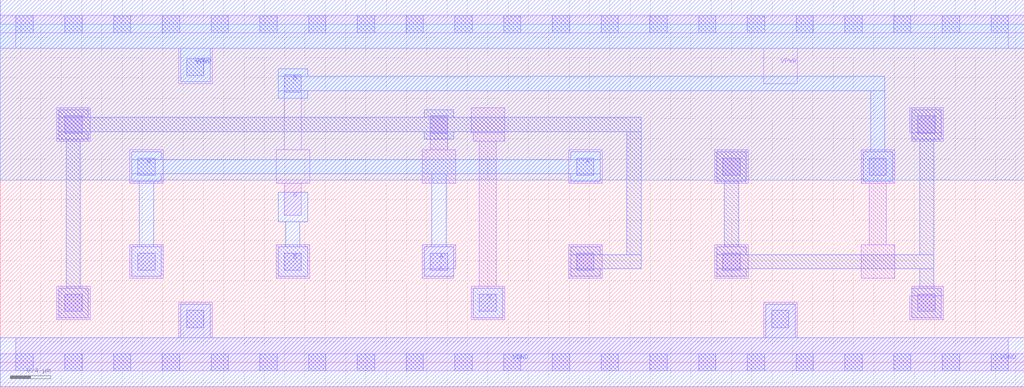
<source format=lef>
VERSION 5.7 ;
  NOWIREEXTENSIONATPIN ON ;
  DIVIDERCHAR "/" ;
  BUSBITCHARS "[]" ;
MACRO XOR2X1
  CLASS CORE ;
  FOREIGN XOR2X1 ;
  ORIGIN 0.000 0.000 ;
  SIZE 10.080 BY 3.330 ;
  SYMMETRY X Y ;
  SITE unit ;
  PIN A
    ANTENNAGATEAREA 0.378000 ;
    PORT
      LAYER met1 ;
        RECT 1.295 1.995 1.585 2.070 ;
        RECT 5.615 1.995 5.905 2.070 ;
        RECT 1.295 1.855 5.905 1.995 ;
        RECT 1.295 1.780 1.585 1.855 ;
        RECT 1.370 1.135 1.510 1.780 ;
        RECT 4.250 1.135 4.390 1.855 ;
        RECT 5.615 1.780 5.905 1.855 ;
        RECT 1.295 0.845 1.585 1.135 ;
        RECT 4.175 0.845 4.465 1.135 ;
    END
    PORT
      LAYER li1 ;
        RECT 4.155 0.920 4.485 1.155 ;
        RECT 4.155 0.825 4.465 0.920 ;
      LAYER mcon ;
        RECT 4.235 0.905 4.405 1.075 ;
    END
    PORT
      LAYER li1 ;
        RECT 1.275 1.760 1.605 2.090 ;
      LAYER mcon ;
        RECT 1.355 1.840 1.525 2.010 ;
    END
    PORT
      LAYER li1 ;
        RECT 5.595 1.760 5.925 2.090 ;
      LAYER mcon ;
        RECT 5.675 1.840 5.845 2.010 ;
    END
  END A
  PIN B
    ANTENNAGATEAREA 0.378000 ;
    PORT
      LAYER met1 ;
        RECT 2.735 2.815 3.025 2.890 ;
        RECT 2.735 2.675 8.710 2.815 ;
        RECT 2.735 2.600 3.025 2.675 ;
        RECT 8.570 2.070 8.710 2.675 ;
        RECT 8.495 1.780 8.785 2.070 ;
        RECT 2.735 1.385 3.025 1.675 ;
        RECT 2.810 1.135 2.950 1.385 ;
        RECT 2.735 0.845 3.025 1.135 ;
    END
    PORT
      LAYER li1 ;
        RECT 2.795 2.090 2.965 2.830 ;
        RECT 2.715 1.760 3.045 2.090 ;
        RECT 2.795 1.445 2.965 1.760 ;
      LAYER mcon ;
        RECT 2.795 2.660 2.965 2.830 ;
    END
  END B
  PIN VGND
    ANTENNADIFFAREA 1.083600 ;
    PORT
      LAYER met1 ;
        RECT 1.775 0.240 2.065 0.570 ;
        RECT 7.535 0.240 7.825 0.570 ;
        RECT 0.000 -0.240 10.080 0.240 ;
    END
    PORT
      LAYER li1 ;
        RECT 1.755 0.240 2.085 0.590 ;
        RECT 7.515 0.240 7.845 0.590 ;
        RECT 0.155 0.085 9.925 0.240 ;
        RECT 0.000 -0.085 10.080 0.085 ;
      LAYER mcon ;
        RECT 1.835 0.340 2.005 0.510 ;
        RECT 7.595 0.340 7.765 0.510 ;
        RECT 0.155 -0.085 0.325 0.085 ;
        RECT 0.635 -0.085 0.805 0.085 ;
        RECT 1.115 -0.085 1.285 0.085 ;
        RECT 1.595 -0.085 1.765 0.085 ;
        RECT 2.075 -0.085 2.245 0.085 ;
        RECT 2.555 -0.085 2.725 0.085 ;
        RECT 3.035 -0.085 3.205 0.085 ;
        RECT 3.515 -0.085 3.685 0.085 ;
        RECT 3.995 -0.085 4.165 0.085 ;
        RECT 4.475 -0.085 4.645 0.085 ;
        RECT 4.955 -0.085 5.125 0.085 ;
        RECT 5.435 -0.085 5.605 0.085 ;
        RECT 5.915 -0.085 6.085 0.085 ;
        RECT 6.395 -0.085 6.565 0.085 ;
        RECT 6.875 -0.085 7.045 0.085 ;
        RECT 7.355 -0.085 7.525 0.085 ;
        RECT 7.835 -0.085 8.005 0.085 ;
        RECT 8.315 -0.085 8.485 0.085 ;
        RECT 8.795 -0.085 8.965 0.085 ;
        RECT 9.275 -0.085 9.445 0.085 ;
        RECT 9.755 -0.085 9.925 0.085 ;
    END
    PORT
      LAYER met1 ;
        RECT 0.000 3.090 10.080 3.570 ;
        RECT 1.775 2.760 2.065 3.090 ;
    END
  END VGND
  PIN VPWR
    ANTENNADIFFAREA 2.167200 ;
    PORT
      LAYER li1 ;
        RECT 0.000 3.245 10.080 3.415 ;
        RECT 0.155 3.090 9.925 3.245 ;
        RECT 1.755 2.740 2.085 3.090 ;
        RECT 7.515 2.740 7.845 3.090 ;
      LAYER mcon ;
        RECT 0.155 3.245 0.325 3.415 ;
        RECT 0.635 3.245 0.805 3.415 ;
        RECT 1.115 3.245 1.285 3.415 ;
        RECT 1.595 3.245 1.765 3.415 ;
        RECT 2.075 3.245 2.245 3.415 ;
        RECT 2.555 3.245 2.725 3.415 ;
        RECT 3.035 3.245 3.205 3.415 ;
        RECT 3.515 3.245 3.685 3.415 ;
        RECT 3.995 3.245 4.165 3.415 ;
        RECT 4.475 3.245 4.645 3.415 ;
        RECT 4.955 3.245 5.125 3.415 ;
        RECT 5.435 3.245 5.605 3.415 ;
        RECT 5.915 3.245 6.085 3.415 ;
        RECT 6.395 3.245 6.565 3.415 ;
        RECT 6.875 3.245 7.045 3.415 ;
        RECT 7.355 3.245 7.525 3.415 ;
        RECT 7.835 3.245 8.005 3.415 ;
        RECT 8.315 3.245 8.485 3.415 ;
        RECT 8.795 3.245 8.965 3.415 ;
        RECT 9.275 3.245 9.445 3.415 ;
        RECT 9.755 3.245 9.925 3.415 ;
        RECT 1.835 2.820 2.005 2.990 ;
    END
  END VPWR
  PIN Y
    ANTENNADIFFAREA 1.661650 ;
    PORT
      LAYER met1 ;
        RECT 4.655 0.440 4.945 0.730 ;
    END
  END Y
  OBS
      LAYER nwell ;
        RECT 0.000 1.790 10.080 3.330 ;
      LAYER li1 ;
        RECT 0.555 2.175 0.885 2.505 ;
        RECT 4.235 2.090 4.405 2.425 ;
        RECT 4.635 2.260 4.965 2.505 ;
        RECT 8.955 2.260 9.285 2.505 ;
        RECT 4.655 2.175 4.965 2.260 ;
        RECT 8.975 2.175 9.285 2.260 ;
        RECT 4.155 1.760 4.485 2.090 ;
        RECT 1.275 0.825 1.605 1.155 ;
        RECT 2.715 0.825 3.045 1.155 ;
        RECT 4.715 0.750 4.885 2.175 ;
        RECT 7.035 1.760 7.365 2.090 ;
        RECT 8.475 1.760 8.805 2.090 ;
        RECT 8.555 1.155 8.725 1.760 ;
        RECT 5.595 0.825 5.925 1.155 ;
        RECT 7.035 0.825 7.365 1.155 ;
        RECT 8.475 0.825 8.805 1.155 ;
        RECT 0.555 0.420 0.885 0.750 ;
        RECT 4.635 0.420 4.965 0.750 ;
        RECT 8.975 0.655 9.285 0.750 ;
        RECT 8.955 0.420 9.285 0.655 ;
      LAYER mcon ;
        RECT 0.635 2.255 0.805 2.425 ;
        RECT 4.235 2.255 4.405 2.425 ;
        RECT 9.035 2.255 9.205 2.425 ;
        RECT 1.355 0.905 1.525 1.075 ;
        RECT 2.795 0.905 2.965 1.075 ;
        RECT 7.115 1.840 7.285 2.010 ;
        RECT 8.555 1.840 8.725 2.010 ;
        RECT 5.675 0.905 5.845 1.075 ;
        RECT 7.115 0.905 7.285 1.075 ;
        RECT 0.635 0.500 0.805 0.670 ;
        RECT 4.715 0.500 4.885 0.670 ;
        RECT 9.035 0.500 9.205 0.670 ;
      LAYER met1 ;
        RECT 0.575 2.410 0.865 2.485 ;
        RECT 4.175 2.410 4.465 2.485 ;
        RECT 0.575 2.270 6.310 2.410 ;
        RECT 0.575 2.195 0.865 2.270 ;
        RECT 4.175 2.195 4.465 2.270 ;
        RECT 0.650 0.730 0.790 2.195 ;
        RECT 5.615 1.060 5.905 1.135 ;
        RECT 6.170 1.060 6.310 2.270 ;
        RECT 8.975 2.195 9.265 2.485 ;
        RECT 7.055 1.780 7.345 2.070 ;
        RECT 7.130 1.135 7.270 1.780 ;
        RECT 5.615 0.920 6.310 1.060 ;
        RECT 7.055 1.060 7.345 1.135 ;
        RECT 9.050 1.060 9.190 2.195 ;
        RECT 7.055 0.920 9.190 1.060 ;
        RECT 5.615 0.845 5.905 0.920 ;
        RECT 7.055 0.845 7.345 0.920 ;
        RECT 9.050 0.730 9.190 0.920 ;
        RECT 0.575 0.440 0.865 0.730 ;
        RECT 8.975 0.440 9.265 0.730 ;
  END
END XOR2X1
END LIBRARY


</source>
